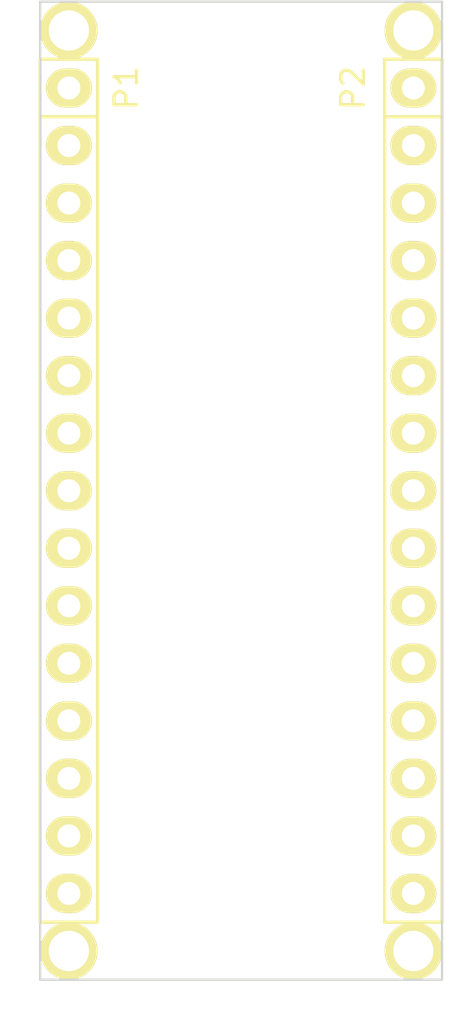
<source format=kicad_pcb>
(kicad_pcb (version 4) (host pcbnew "(2015-03-25 BZR 5536)-product")

  (general
    (links 2)
    (no_connects 2)
    (area 136.242429 65.55 157.889572 112.597001)
    (thickness 1.6)
    (drawings 20)
    (tracks 0)
    (zones 0)
    (modules 6)
    (nets 33)
  )

  (page A4)
  (title_block
    (date "jeu. 02 avril 2015")
  )

  (layers
    (0 F.Cu signal)
    (31 B.Cu signal)
    (32 B.Adhes user)
    (33 F.Adhes user)
    (34 B.Paste user)
    (35 F.Paste user)
    (36 B.SilkS user)
    (37 F.SilkS user)
    (38 B.Mask user)
    (39 F.Mask user)
    (40 Dwgs.User user)
    (41 Cmts.User user)
    (42 Eco1.User user)
    (43 Eco2.User user)
    (44 Edge.Cuts user)
    (45 Margin user)
    (46 B.CrtYd user)
    (47 F.CrtYd user)
    (48 B.Fab user)
    (49 F.Fab user)
  )

  (setup
    (last_trace_width 0.25)
    (trace_clearance 0.2)
    (zone_clearance 0.508)
    (zone_45_only no)
    (trace_min 0.2)
    (segment_width 0.15)
    (edge_width 0.1)
    (via_size 0.6)
    (via_drill 0.4)
    (via_min_size 0.4)
    (via_min_drill 0.3)
    (uvia_size 0.3)
    (uvia_drill 0.1)
    (uvias_allowed no)
    (uvia_min_size 0.2)
    (uvia_min_drill 0.1)
    (pcb_text_width 0.3)
    (pcb_text_size 1.5 1.5)
    (mod_edge_width 0.15)
    (mod_text_size 1 1)
    (mod_text_width 0.15)
    (pad_size 1.5 1.5)
    (pad_drill 0.6)
    (pad_to_mask_clearance 0)
    (aux_axis_origin 138.176 110.617)
    (visible_elements FFFFFF7F)
    (pcbplotparams
      (layerselection 0x00030_80000001)
      (usegerberextensions false)
      (excludeedgelayer true)
      (linewidth 0.100000)
      (plotframeref false)
      (viasonmask false)
      (mode 1)
      (useauxorigin false)
      (hpglpennumber 1)
      (hpglpenspeed 20)
      (hpglpendiameter 15)
      (hpglpenoverlay 2)
      (psnegative false)
      (psa4output false)
      (plotreference true)
      (plotvalue true)
      (plotinvisibletext false)
      (padsonsilk false)
      (subtractmaskfromsilk false)
      (outputformat 1)
      (mirror false)
      (drillshape 1)
      (scaleselection 1)
      (outputdirectory ""))
  )

  (net 0 "")
  (net 1 "/1(Tx)")
  (net 2 "/0(Rx)")
  (net 3 /Reset)
  (net 4 GND)
  (net 5 /2)
  (net 6 "/3(**)")
  (net 7 /4)
  (net 8 "/5(**)")
  (net 9 "/6(**)")
  (net 10 /7)
  (net 11 /8)
  (net 12 "/9(**)")
  (net 13 "/10(**/SS)")
  (net 14 "/11(**/MISO)")
  (net 15 "/12(MOSI)")
  (net 16 /Vin)
  (net 17 +5V)
  (net 18 /A7)
  (net 19 /A6)
  (net 20 /A5)
  (net 21 /A4)
  (net 22 /A3)
  (net 23 /A2)
  (net 24 /A1)
  (net 25 /A0)
  (net 26 /AREF)
  (net 27 +3.3V)
  (net 28 "/13(SCK)")
  (net 29 "Net-(P3-Pad1)")
  (net 30 "Net-(P4-Pad1)")
  (net 31 "Net-(P5-Pad1)")
  (net 32 "Net-(P6-Pad1)")

  (net_class Default "This is the default net class."
    (clearance 0.2)
    (trace_width 0.25)
    (via_dia 0.6)
    (via_drill 0.4)
    (uvia_dia 0.3)
    (uvia_drill 0.1)
    (add_net +3.3V)
    (add_net +5V)
    (add_net "/0(Rx)")
    (add_net "/1(Tx)")
    (add_net "/10(**/SS)")
    (add_net "/11(**/MISO)")
    (add_net "/12(MOSI)")
    (add_net "/13(SCK)")
    (add_net /2)
    (add_net "/3(**)")
    (add_net /4)
    (add_net "/5(**)")
    (add_net "/6(**)")
    (add_net /7)
    (add_net /8)
    (add_net "/9(**)")
    (add_net /A0)
    (add_net /A1)
    (add_net /A2)
    (add_net /A3)
    (add_net /A4)
    (add_net /A5)
    (add_net /A6)
    (add_net /A7)
    (add_net /AREF)
    (add_net /Reset)
    (add_net /Vin)
    (add_net GND)
    (add_net "Net-(P3-Pad1)")
    (add_net "Net-(P4-Pad1)")
    (add_net "Net-(P5-Pad1)")
    (add_net "Net-(P6-Pad1)")
  )

  (module Socket_Arduino_Nano:Socket_Strip_Arduino_1x15 (layer F.Cu) (tedit 551FCA10) (tstamp 551FC9D0)
    (at 139.446 71.247 270)
    (descr "Through hole socket strip")
    (tags "socket strip")
    (path /551D9496)
    (fp_text reference P1 (at 0 -2.54 270) (layer F.SilkS)
      (effects (font (size 1 1) (thickness 0.15)))
    )
    (fp_text value Digital (at 3.81 -2.54 270) (layer F.Fab)
      (effects (font (size 1 1) (thickness 0.15)))
    )
    (fp_line (start 1.27 -1.27) (end -1.27 -1.27) (layer F.SilkS) (width 0.15))
    (fp_line (start -1.27 -1.27) (end -1.27 1.27) (layer F.SilkS) (width 0.15))
    (fp_line (start -1.27 1.27) (end 1.27 1.27) (layer F.SilkS) (width 0.15))
    (fp_line (start -1.75 -1.75) (end -1.75 1.75) (layer F.CrtYd) (width 0.05))
    (fp_line (start 37.35 -1.75) (end 37.35 1.75) (layer F.CrtYd) (width 0.05))
    (fp_line (start -1.75 -1.75) (end 37.35 -1.75) (layer F.CrtYd) (width 0.05))
    (fp_line (start -1.75 1.75) (end 37.35 1.75) (layer F.CrtYd) (width 0.05))
    (fp_line (start 1.27 -1.27) (end 36.83 -1.27) (layer F.SilkS) (width 0.15))
    (fp_line (start 36.83 -1.27) (end 36.83 1.27) (layer F.SilkS) (width 0.15))
    (fp_line (start 36.83 1.27) (end 1.27 1.27) (layer F.SilkS) (width 0.15))
    (fp_line (start 1.27 1.27) (end 1.27 -1.27) (layer F.SilkS) (width 0.15))
    (pad 1 thru_hole oval (at 0 0 270) (size 1.7272 2.032) (drill 1.016) (layers *.Cu *.Mask F.SilkS)
      (net 1 "/1(Tx)"))
    (pad 2 thru_hole oval (at 2.54 0 270) (size 1.7272 2.032) (drill 1.016) (layers *.Cu *.Mask F.SilkS)
      (net 2 "/0(Rx)"))
    (pad 3 thru_hole oval (at 5.08 0 270) (size 1.7272 2.032) (drill 1.016) (layers *.Cu *.Mask F.SilkS)
      (net 3 /Reset))
    (pad 4 thru_hole oval (at 7.62 0 270) (size 1.7272 2.032) (drill 1.016) (layers *.Cu *.Mask F.SilkS)
      (net 4 GND))
    (pad 5 thru_hole oval (at 10.16 0 270) (size 1.7272 2.032) (drill 1.016) (layers *.Cu *.Mask F.SilkS)
      (net 5 /2))
    (pad 6 thru_hole oval (at 12.7 0 270) (size 1.7272 2.032) (drill 1.016) (layers *.Cu *.Mask F.SilkS)
      (net 6 "/3(**)"))
    (pad 7 thru_hole oval (at 15.24 0 270) (size 1.7272 2.032) (drill 1.016) (layers *.Cu *.Mask F.SilkS)
      (net 7 /4))
    (pad 8 thru_hole oval (at 17.78 0 270) (size 1.7272 2.032) (drill 1.016) (layers *.Cu *.Mask F.SilkS)
      (net 8 "/5(**)"))
    (pad 9 thru_hole oval (at 20.32 0 270) (size 1.7272 2.032) (drill 1.016) (layers *.Cu *.Mask F.SilkS)
      (net 9 "/6(**)"))
    (pad 10 thru_hole oval (at 22.86 0 270) (size 1.7272 2.032) (drill 1.016) (layers *.Cu *.Mask F.SilkS)
      (net 10 /7))
    (pad 11 thru_hole oval (at 25.4 0 270) (size 1.7272 2.032) (drill 1.016) (layers *.Cu *.Mask F.SilkS)
      (net 11 /8))
    (pad 12 thru_hole oval (at 27.94 0 270) (size 1.7272 2.032) (drill 1.016) (layers *.Cu *.Mask F.SilkS)
      (net 12 "/9(**)"))
    (pad 13 thru_hole oval (at 30.48 0 270) (size 1.7272 2.032) (drill 1.016) (layers *.Cu *.Mask F.SilkS)
      (net 13 "/10(**/SS)"))
    (pad 14 thru_hole oval (at 33.02 0 270) (size 1.7272 2.032) (drill 1.016) (layers *.Cu *.Mask F.SilkS)
      (net 14 "/11(**/MISO)"))
    (pad 15 thru_hole oval (at 35.56 0 270) (size 1.7272 2.032) (drill 1.016) (layers *.Cu *.Mask F.SilkS)
      (net 15 "/12(MOSI)"))
    (model ${KIPRJMOD}/Socket_Arduino_Nano.3dshapes/Socket_header_Arduino_1x15.wrl
      (at (xyz 0.7 0 0))
      (scale (xyz 1 1 1))
      (rotate (xyz 0 0 180))
    )
  )

  (module Socket_Arduino_Nano:Socket_Strip_Arduino_1x15 (layer F.Cu) (tedit 551FCA0A) (tstamp 551FC9EE)
    (at 154.686 71.247 270)
    (descr "Through hole socket strip")
    (tags "socket strip")
    (path /551D94EF)
    (fp_text reference P2 (at 0 2.667 270) (layer F.SilkS)
      (effects (font (size 1 1) (thickness 0.15)))
    )
    (fp_text value Analog (at 3.81 2.794 270) (layer F.Fab)
      (effects (font (size 1 1) (thickness 0.15)))
    )
    (fp_line (start 1.27 -1.27) (end -1.27 -1.27) (layer F.SilkS) (width 0.15))
    (fp_line (start -1.27 -1.27) (end -1.27 1.27) (layer F.SilkS) (width 0.15))
    (fp_line (start -1.27 1.27) (end 1.27 1.27) (layer F.SilkS) (width 0.15))
    (fp_line (start -1.75 -1.75) (end -1.75 1.75) (layer F.CrtYd) (width 0.05))
    (fp_line (start 37.35 -1.75) (end 37.35 1.75) (layer F.CrtYd) (width 0.05))
    (fp_line (start -1.75 -1.75) (end 37.35 -1.75) (layer F.CrtYd) (width 0.05))
    (fp_line (start -1.75 1.75) (end 37.35 1.75) (layer F.CrtYd) (width 0.05))
    (fp_line (start 1.27 -1.27) (end 36.83 -1.27) (layer F.SilkS) (width 0.15))
    (fp_line (start 36.83 -1.27) (end 36.83 1.27) (layer F.SilkS) (width 0.15))
    (fp_line (start 36.83 1.27) (end 1.27 1.27) (layer F.SilkS) (width 0.15))
    (fp_line (start 1.27 1.27) (end 1.27 -1.27) (layer F.SilkS) (width 0.15))
    (pad 1 thru_hole oval (at 0 0 270) (size 1.7272 2.032) (drill 1.016) (layers *.Cu *.Mask F.SilkS)
      (net 16 /Vin))
    (pad 2 thru_hole oval (at 2.54 0 270) (size 1.7272 2.032) (drill 1.016) (layers *.Cu *.Mask F.SilkS)
      (net 4 GND))
    (pad 3 thru_hole oval (at 5.08 0 270) (size 1.7272 2.032) (drill 1.016) (layers *.Cu *.Mask F.SilkS)
      (net 3 /Reset))
    (pad 4 thru_hole oval (at 7.62 0 270) (size 1.7272 2.032) (drill 1.016) (layers *.Cu *.Mask F.SilkS)
      (net 17 +5V))
    (pad 5 thru_hole oval (at 10.16 0 270) (size 1.7272 2.032) (drill 1.016) (layers *.Cu *.Mask F.SilkS)
      (net 18 /A7))
    (pad 6 thru_hole oval (at 12.7 0 270) (size 1.7272 2.032) (drill 1.016) (layers *.Cu *.Mask F.SilkS)
      (net 19 /A6))
    (pad 7 thru_hole oval (at 15.24 0 270) (size 1.7272 2.032) (drill 1.016) (layers *.Cu *.Mask F.SilkS)
      (net 20 /A5))
    (pad 8 thru_hole oval (at 17.78 0 270) (size 1.7272 2.032) (drill 1.016) (layers *.Cu *.Mask F.SilkS)
      (net 21 /A4))
    (pad 9 thru_hole oval (at 20.32 0 270) (size 1.7272 2.032) (drill 1.016) (layers *.Cu *.Mask F.SilkS)
      (net 22 /A3))
    (pad 10 thru_hole oval (at 22.86 0 270) (size 1.7272 2.032) (drill 1.016) (layers *.Cu *.Mask F.SilkS)
      (net 23 /A2))
    (pad 11 thru_hole oval (at 25.4 0 270) (size 1.7272 2.032) (drill 1.016) (layers *.Cu *.Mask F.SilkS)
      (net 24 /A1))
    (pad 12 thru_hole oval (at 27.94 0 270) (size 1.7272 2.032) (drill 1.016) (layers *.Cu *.Mask F.SilkS)
      (net 25 /A0))
    (pad 13 thru_hole oval (at 30.48 0 270) (size 1.7272 2.032) (drill 1.016) (layers *.Cu *.Mask F.SilkS)
      (net 26 /AREF))
    (pad 14 thru_hole oval (at 33.02 0 270) (size 1.7272 2.032) (drill 1.016) (layers *.Cu *.Mask F.SilkS)
      (net 27 +3.3V))
    (pad 15 thru_hole oval (at 35.56 0 270) (size 1.7272 2.032) (drill 1.016) (layers *.Cu *.Mask F.SilkS)
      (net 28 "/13(SCK)"))
    (model ${KIPRJMOD}/Socket_Arduino_Nano.3dshapes/Socket_header_Arduino_1x15.wrl
      (at (xyz 0.7 0 0))
      (scale (xyz 1 1 1))
      (rotate (xyz 0 0 180))
    )
  )

  (module Socket_Arduino_Nano:1pin_Nano (layer F.Cu) (tedit 5521156E) (tstamp 55211553)
    (at 139.446 68.707)
    (descr "module 1 pin (ou trou mecanique de percage)")
    (tags DEV)
    (path /551D9380)
    (fp_text reference P3 (at 0 -2.032) (layer F.SilkS) hide
      (effects (font (size 1 1) (thickness 0.15)))
    )
    (fp_text value CONN_1 (at 0 2.032) (layer F.Fab) hide
      (effects (font (size 1 1) (thickness 0.15)))
    )
    (pad 1 thru_hole circle (at 0 0) (size 2.54 2.54) (drill 1.778) (layers *.Cu *.Mask F.SilkS)
      (net 29 "Net-(P3-Pad1)"))
  )

  (module Socket_Arduino_Nano:1pin_Nano (layer F.Cu) (tedit 55211594) (tstamp 55211558)
    (at 139.446 109.347)
    (descr "module 1 pin (ou trou mecanique de percage)")
    (tags DEV)
    (path /551D9414)
    (fp_text reference P4 (at 0 -2.032) (layer F.SilkS) hide
      (effects (font (size 1 1) (thickness 0.15)))
    )
    (fp_text value CONN_1 (at 0 2.032) (layer F.Fab) hide
      (effects (font (size 1 1) (thickness 0.15)))
    )
    (pad 1 thru_hole circle (at 0 0) (size 2.54 2.54) (drill 1.778) (layers *.Cu *.Mask F.SilkS)
      (net 30 "Net-(P4-Pad1)"))
  )

  (module Socket_Arduino_Nano:1pin_Nano (layer F.Cu) (tedit 552115A5) (tstamp 5521155D)
    (at 154.686 109.347)
    (descr "module 1 pin (ou trou mecanique de percage)")
    (tags DEV)
    (path /551D9432)
    (fp_text reference P5 (at 0 -2.032) (layer F.SilkS) hide
      (effects (font (size 1 1) (thickness 0.15)))
    )
    (fp_text value CONN_1 (at 0 2.032) (layer F.Fab) hide
      (effects (font (size 1 1) (thickness 0.15)))
    )
    (pad 1 thru_hole circle (at 0 0) (size 2.54 2.54) (drill 1.778) (layers *.Cu *.Mask F.SilkS)
      (net 31 "Net-(P5-Pad1)"))
  )

  (module Socket_Arduino_Nano:1pin_Nano (layer F.Cu) (tedit 552115BD) (tstamp 55211562)
    (at 154.686 68.707)
    (descr "module 1 pin (ou trou mecanique de percage)")
    (tags DEV)
    (path /551D9466)
    (fp_text reference P6 (at 0 -2.032) (layer F.SilkS) hide
      (effects (font (size 1 1) (thickness 0.15)))
    )
    (fp_text value CONN_1 (at 0 2.032) (layer F.Fab) hide
      (effects (font (size 1 1) (thickness 0.15)))
    )
    (pad 1 thru_hole circle (at 0 0) (size 2.54 2.54) (drill 1.778) (layers *.Cu *.Mask F.SilkS)
      (net 32 "Net-(P6-Pad1)"))
  )

  (gr_text 1 (at 137.414 71.12) (layer Dwgs.User)
    (effects (font (size 1.5 1.5) (thickness 0.3)))
  )
  (gr_line (start 150.622 112.522) (end 150.622 110.617) (angle 90) (layer Dwgs.User) (width 0.15))
  (gr_line (start 150.622 102.997) (end 150.622 110.617) (angle 90) (layer Dwgs.User) (width 0.15))
  (gr_line (start 143.51 102.997) (end 150.622 102.997) (angle 90) (layer Dwgs.User) (width 0.15))
  (gr_line (start 143.51 110.617) (end 143.51 102.997) (angle 90) (layer Dwgs.User) (width 0.15))
  (gr_line (start 143.51 112.522) (end 150.622 112.522) (angle 90) (layer Dwgs.User) (width 0.15))
  (gr_line (start 143.51 110.617) (end 143.51 112.522) (angle 90) (layer Dwgs.User) (width 0.15))
  (gr_line (start 145.542 87.757) (end 145.542 85.217) (angle 90) (layer Dwgs.User) (width 0.15))
  (gr_line (start 149.479 87.757) (end 145.542 87.757) (angle 90) (layer Dwgs.User) (width 0.15))
  (gr_line (start 149.479 85.217) (end 149.479 87.757) (angle 90) (layer Dwgs.User) (width 0.15))
  (gr_line (start 145.542 85.217) (end 149.479 85.217) (angle 90) (layer Dwgs.User) (width 0.15))
  (gr_circle (center 147.574 86.487) (end 146.812 86.487) (layer Dwgs.User) (width 0.15))
  (gr_line (start 150.876 67.437) (end 143.256 67.437) (angle 90) (layer Dwgs.User) (width 0.15))
  (gr_line (start 150.876 72.517) (end 150.876 67.437) (angle 90) (layer Dwgs.User) (width 0.15))
  (gr_line (start 143.256 72.517) (end 150.876 72.517) (angle 90) (layer Dwgs.User) (width 0.15))
  (gr_line (start 143.256 67.437) (end 143.256 72.517) (angle 90) (layer Dwgs.User) (width 0.15))
  (gr_line (start 138.176 67.437) (end 138.176 110.617) (angle 90) (layer Edge.Cuts) (width 0.1))
  (gr_line (start 155.956 67.437) (end 138.176 67.437) (angle 90) (layer Edge.Cuts) (width 0.1))
  (gr_line (start 155.956 110.617) (end 155.956 67.437) (angle 90) (layer Edge.Cuts) (width 0.1))
  (gr_line (start 138.176 110.617) (end 155.956 110.617) (angle 90) (layer Edge.Cuts) (width 0.1))

)

</source>
